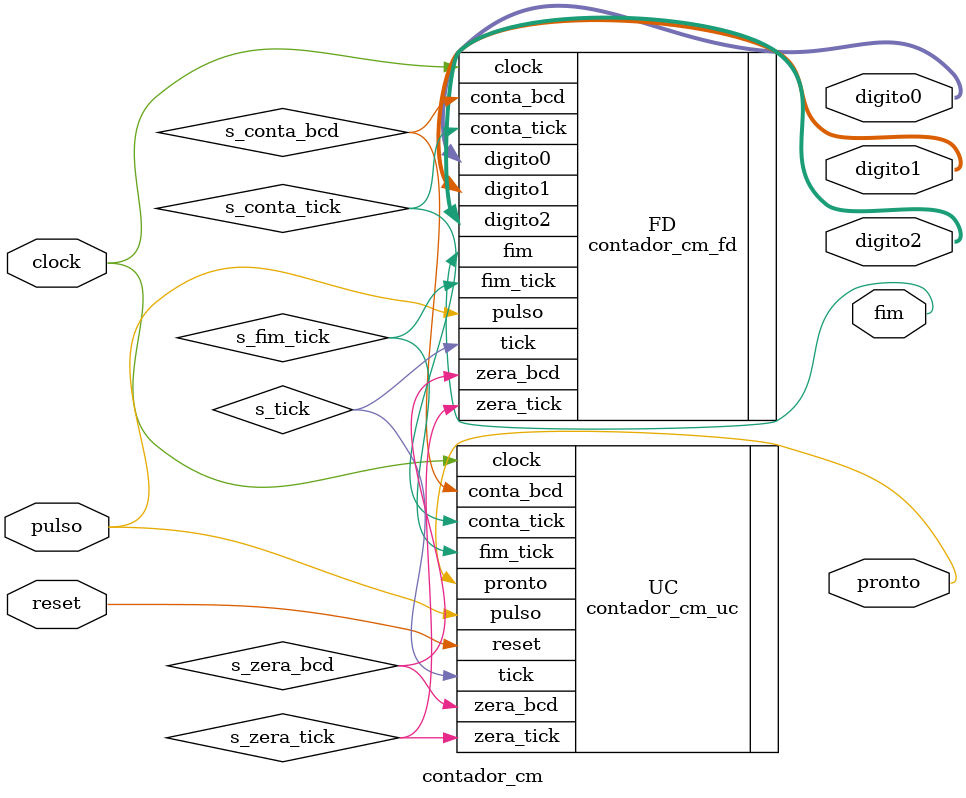
<source format=v>
/* --------------------------------------------------------------------------
 *  Arquivo   : contador_cm.v
 * --------------------------------------------------------------------------
 *  Descricao : componente de contagem de cm 
 *
 *              componente parametrizado em funcao de clocks/cm
 *            
 * --------------------------------------------------------------------------
 *  Revisoes  :
 *      Data        Versao  Autor             Descricao
 *      07/09/2024  1.0     Edson Midorikawa  versao em Verilog
 * --------------------------------------------------------------------------
 */
 
module contador_cm #(
    parameter R = 10,  // razão de clocks por cm
    parameter N = 4    // teto(log2(R))
) (
    input wire        clock,
    input wire        reset,
    input wire        pulso,
    output wire [3:0] digito0,
    output wire [3:0] digito1,
    output wire [3:0] digito2,
    output wire       fim,
    output wire       pronto
);

    // Sinais internos
    wire s_zera_tick;
    wire s_conta_tick;
    wire s_zera_bcd;
    wire s_conta_bcd;
    wire s_tick;
	 wire s_fim_tick;

    // Instanciação do contador_cm_fd
    contador_cm_fd #(
        .R(R), 
        .N(N)
    ) FD (
        .clock     (clock       ),
        .pulso     (pulso       ),
        .zera_tick (s_zera_tick ),
        .conta_tick(s_conta_tick),
        .zera_bcd  (s_zera_bcd  ),
        .conta_bcd (s_conta_bcd ),
        .tick      (s_tick      ),
        .digito0   (digito0     ),
        .digito1   (digito1     ),
        .digito2   (digito2     ),
        .fim       (fim         ),
		  .fim_tick  (s_fim_tick  )
    );

    // Instanciação do contador_cm_uc
    contador_cm_uc UC (
        .clock     (clock       ),
        .reset     (reset       ),
        .pulso     (pulso       ),
        .tick      (s_tick      ),
		  .fim_tick  (s_fim_tick  ),
        .zera_tick (s_zera_tick ),
        .conta_tick(s_conta_tick),
        .zera_bcd  (s_zera_bcd  ),
        .conta_bcd (s_conta_bcd ),
        .pronto    (pronto      )
    );

endmodule
</source>
